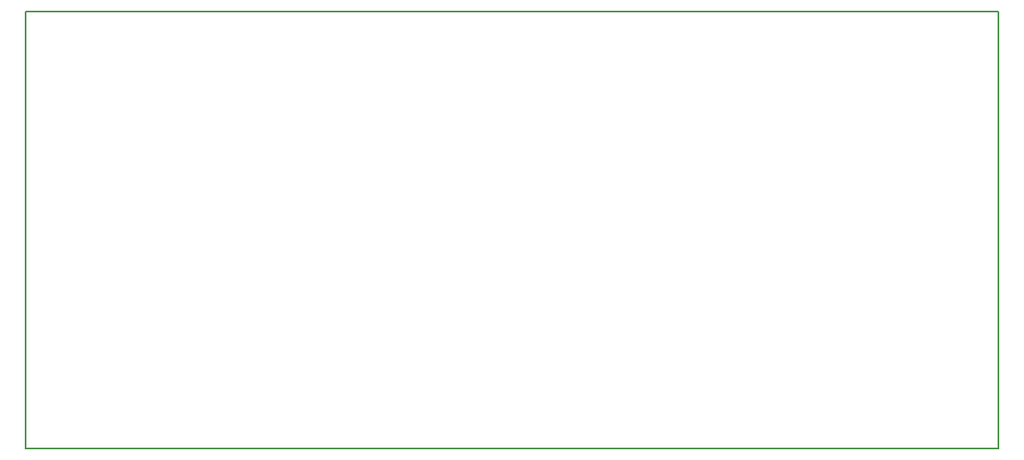
<source format=gbo>
G04 MADE WITH FRITZING*
G04 WWW.FRITZING.ORG*
G04 DOUBLE SIDED*
G04 HOLES PLATED*
G04 CONTOUR ON CENTER OF CONTOUR VECTOR*
%ASAXBY*%
%FSLAX23Y23*%
%MOIN*%
%OFA0B0*%
%SFA1.0B1.0*%
%ADD10R,3.937010X1.771650X3.921010X1.755650*%
%ADD11C,0.008000*%
%LNSILK0*%
G90*
G70*
G54D11*
X4Y1768D02*
X3933Y1768D01*
X3933Y4D01*
X4Y4D01*
X4Y1768D01*
D02*
G04 End of Silk0*
M02*
</source>
